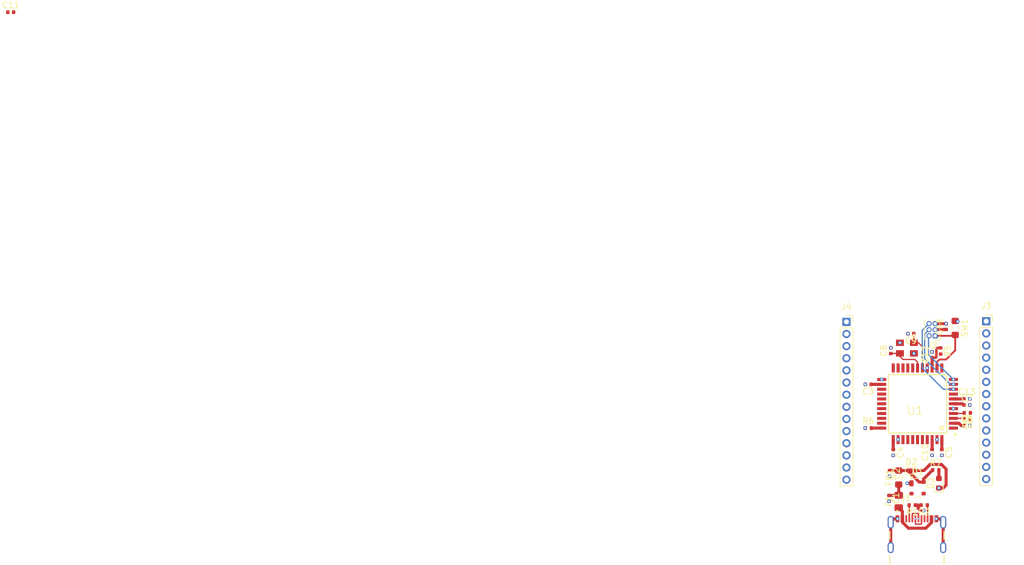
<source format=kicad_pcb>
(kicad_pcb (version 20241229) (generator "pcbnew") (generator_version "9.0")
  (layers (0 "F.Cu" signal) (2 "B.Cu" signal) (13 "F.Paste" user) (15 "B.Paste" user) (5 "F.SilkS" user "F.Silkscreen") (7 "B.SilkS" user "B.Silkscreen") (1 "F.Mask" user) (3 "B.Mask" user) (25 "Edge.Cuts" user))
  (net 0 "")
  (net 1 "GND")
  (net 2 "Net-(C1-Pad1)")
  (net 3 "MCU_5V")
  (net 4 "Net-(U1-UCAP)")
  (net 5 "Xin")
  (net 6 "Xout")
  (net 7 "Net-(U1-AREF)")
  (net 8 "USB_DP")
  (net 9 "USB_DN")
  (net 10 "Net-(D3-A)")
  (net 11 "/VBUS")
  (net 14 "Net-(J1-CC1)")
  (net 15 "Net-(J1-CC2)")
  (net 16 "SCL")
  (net 17 "MOSI")
  (net 18 "/PD2")
  (net 19 "/PB7")
  (net 20 "/PD0")
  (net 21 "/PB4")
  (net 22 "/PB0")
  (net 23 "/PD3")
  (net 24 "/PB5")
  (net 25 "/PB6")
  (net 26 "/PC7")
  (net 27 "MISO")
  (net 28 "/PD1")
  (net 29 "/PC6")
  (net 30 "/PF4")
  (net 31 "/PE6")
  (net 32 "/PD4")
  (net 33 "/PD7")
  (net 34 "/PF5")
  (net 35 "/PD5")
  (net 36 "/PF7")
  (net 37 "/PD6")
  (net 38 "Reset")
  (net 39 "/PF6")
  (net 40 "/PF1")
  (net 41 "/PF0")
  (net 42 "Net-(U1-D+)")
  (net 43 "Net-(U1-D-)")
  (net 44 "Net-(U1-~{HWB}{slash}PE2)")
  (footprint "Capacitor_SMD:C_0402_1005Metric" (layer "F.Cu") (at 145.5 80.58 -90)
    (property "Reference" "C1" (at 0 -1.16 90) (layer "F.SilkS"))
    (property "Value" "4.7u")
    (fp_line (start -0.107836 0.36) (end 0.107836 0.36) (stroke (width 0.12)) (layer "F.SilkS"))
    (fp_line (start -0.107836 -0.36) (end 0.107836 -0.36) (stroke (width 0.12)) (layer "F.SilkS"))
    (pad "1" smd roundrect (at -0.48 0 270) (size 0.56 0.62) (layers "F.Cu" "F.Mask" "F.Paste") (net 2 "Net-(C1-Pad1)"))
    (pad "2" smd roundrect (at 0.48 0 270) (size 0.56 0.62) (layers "F.Cu" "F.Mask" "F.Paste") (net 1 "GND"))
  )
  (footprint "Capacitor_SMD:C_0402_1005Metric" (layer "F.Cu") (at 149.1 53.45 180)
    (property "Reference" "C9" (at 0 -1.16 0) (layer "F.SilkS"))
    (property "Value" "22p")
    (fp_line (start -0.107836 0.36) (end 0.107836 0.36) (stroke (width 0.12)) (layer "F.SilkS"))
    (fp_line (start -0.107836 -0.36) (end 0.107836 -0.36) (stroke (width 0.12)) (layer "F.SilkS"))
    (pad "1" smd roundrect (at -0.48 0 180) (size 0.56 0.62) (layers "F.Cu" "F.Mask" "F.Paste") (net 6 "Xout"))
    (pad "2" smd roundrect (at 0.48 0 180) (size 0.56 0.62) (layers "F.Cu" "F.Mask" "F.Paste") (net 1 "GND"))
  )
  (footprint "Capacitor_SMD:C_0402_1005Metric" (layer "F.Cu") (at 0.935 0.485)
    (property "Reference" "C11" (at 0 -1.16 0) (layer "F.SilkS"))
    (property "Value" "0.1u")
    (fp_line (start -0.107836 -0.36) (end 0.107836 -0.36) (stroke (width 0.12)) (layer "F.SilkS"))
    (fp_line (start -0.107836 0.36) (end 0.107836 0.36) (stroke (width 0.12)) (layer "F.SilkS"))
    (pad "1" smd roundrect (at -0.48 0) (size 0.56 0.62) (layers "F.Cu" "F.Mask" "F.Paste") (net 3 "MCU_5V"))
    (pad "2" smd roundrect (at 0.48 0) (size 0.56 0.62) (layers "F.Cu" "F.Mask" "F.Paste") (net 1 "GND"))
  )
  (footprint "Connector_PinSocket_2.00mm:PinSocket_1x14_P2.00mm_Vertical" (layer "F.Cu") (at 161.5 51.4)
    (property "Reference" "J3" (at 0 -2.5 0) (layer "F.SilkS"))
    (property "Value" "Conn_01x14_Pin")
    (fp_line (start -1.06 1) (end -1.06 27.06) (stroke (width 0.12)) (layer "F.SilkS"))
    (fp_line (start -1.06 1) (end 1.06 1) (stroke (width 0.12)) (layer "F.SilkS"))
    (fp_line (start -1.06 27.06) (end 1.06 27.06) (stroke (width 0.12)) (layer "F.SilkS"))
    (fp_line (start 0 -1.06) (end 1.06 -1.06) (stroke (width 0.12)) (layer "F.SilkS"))
    (fp_line (start 1.06 -1.06) (end 1.06 0) (stroke (width 0.12)) (layer "F.SilkS"))
    (fp_line (start 1.06 1) (end 1.06 27.06) (stroke (width 0.12)) (layer "F.SilkS"))
    (pad "1" thru_hole rect (at 0 0) (size 1.35 1.35) (drill 0.8) (layers "*.Cu" "*.Mask") (net 22 "/PB0"))
    (pad "2" thru_hole circle (at 0 2) (size 1.35 1.35) (drill 0.8) (layers "*.Cu" "*.Mask") (net 16 "SCL"))
    (pad "3" thru_hole circle (at 0 4) (size 1.35 1.35) (drill 0.8) (layers "*.Cu" "*.Mask") (net 17 "MOSI"))
    (pad "4" thru_hole circle (at 0 6) (size 1.35 1.35) (drill 0.8) (layers "*.Cu" "*.Mask") (net 27 "MISO"))
    (pad "5" thru_hole circle (at 0 8) (size 1.35 1.35) (drill 0.8) (layers "*.Cu" "*.Mask") (net 21 "/PB4"))
    (pad "6" thru_hole circle (at 0 10) (size 1.35 1.35) (drill 0.8) (layers "*.Cu" "*.Mask") (net 24 "/PB5"))
    (pad "7" thru_hole circle (at 0 12) (size 1.35 1.35) (drill 0.8) (layers "*.Cu" "*.Mask") (net 25 "/PB6"))
    (pad "8" thru_hole circle (at 0 14) (size 1.35 1.35) (drill 0.8) (layers "*.Cu" "*.Mask") (net 19 "/PB7"))
    (pad "9" thru_hole circle (at 0 16) (size 1.35 1.35) (drill 0.8) (layers "*.Cu" "*.Mask") (net 29 "/PC6"))
    (pad "10" thru_hole circle (at 0 18) (size 1.35 1.35) (drill 0.8) (layers "*.Cu" "*.Mask") (net 26 "/PC7"))
    (pad "11" thru_hole circle (at 0 20) (size 1.35 1.35) (drill 0.8) (layers "*.Cu" "*.Mask") (net 20 "/PD0"))
    (pad "12" thru_hole circle (at 0 22) (size 1.35 1.35) (drill 0.8) (layers "*.Cu" "*.Mask") (net 28 "/PD1"))
    (pad "13" thru_hole circle (at 0 24) (size 1.35 1.35) (drill 0.8) (layers "*.Cu" "*.Mask") (net 18 "/PD2"))
    (pad "14" thru_hole circle (at 0 26) (size 1.35 1.35) (drill 0.8) (layers "*.Cu" "*.Mask") (net 23 "/PD3"))
  )
  (footprint "Capacitor_SMD:C_0402_1005Metric" (layer "F.Cu") (at 145.6 76.48 -90)
    (property "Reference" "C2" (at 0 -1.16 90) (layer "F.SilkS"))
    (property "Value" "0.1u")
    (fp_line (start -0.107836 0.36) (end 0.107836 0.36) (stroke (width 0.12)) (layer "F.SilkS"))
    (fp_line (start -0.107836 -0.36) (end 0.107836 -0.36) (stroke (width 0.12)) (layer "F.SilkS"))
    (pad "1" smd roundrect (at -0.48 0 270) (size 0.56 0.62) (layers "F.Cu" "F.Mask" "F.Paste") (net 3 "MCU_5V"))
    (pad "2" smd roundrect (at 0.48 0 270) (size 0.56 0.62) (layers "F.Cu" "F.Mask" "F.Paste") (net 1 "GND"))
  )
  (footprint "Capacitor_SMD:C_0402_1005Metric" (layer "F.Cu") (at 154.2 73.02 -90)
    (property "Reference" "C5" (at 0 -1.16 90) (layer "F.SilkS"))
    (property "Value" "0.1u")
    (fp_line (start -0.107836 0.36) (end 0.107836 0.36) (stroke (width 0.12)) (layer "F.SilkS"))
    (fp_line (start -0.107836 -0.36) (end 0.107836 -0.36) (stroke (width 0.12)) (layer "F.SilkS"))
    (pad "1" smd roundrect (at -0.48 0 270) (size 0.56 0.62) (layers "F.Cu" "F.Mask" "F.Paste") (net 3 "MCU_5V"))
    (pad "2" smd roundrect (at 0.48 0 270) (size 0.56 0.62) (layers "F.Cu" "F.Mask" "F.Paste") (net 1 "GND"))
  )
  (footprint "Resistor_SMD:R_0402_1005Metric" (layer "F.Cu") (at 149.32 81.7 180)
    (property "Reference" "R1" (at 0 -1.17 0) (layer "F.SilkS"))
    (property "Value" "5.1k")
    (fp_line (start -0.153641 0.38) (end 0.153641 0.38) (stroke (width 0.12)) (layer "F.SilkS"))
    (fp_line (start -0.153641 -0.38) (end 0.153641 -0.38) (stroke (width 0.12)) (layer "F.SilkS"))
    (pad "1" smd roundrect (at -0.51 0 180) (size 0.54 0.64) (layers "F.Cu" "F.Mask" "F.Paste") (net 1 "GND"))
    (pad "2" smd roundrect (at 0.51 0 180) (size 0.54 0.64) (layers "F.Cu" "F.Mask" "F.Paste") (net 14 "Net-(J1-CC1)"))
  )
  (footprint "Connector_PinHeader_1.00mm:PinHeader_2x03_P1.00mm_Vertical" (layer "F.Cu") (at 153.1 53.8 180)
    (property "Reference" "J2" (at 0.5 -1.61 0) (layer "F.SilkS"))
    (property "Value" "ICSP HEader 2x3")
    (fp_line (start 1.76 -0.61) (end 1.76 2.61) (stroke (width 0.12)) (layer "F.SilkS"))
    (fp_line (start 1.41003 2.61) (end 1.76 2.61) (stroke (width 0.12)) (layer "F.SilkS"))
    (fp_line (start 1.41003 -0.61) (end 1.76 -0.61) (stroke (width 0.12)) (layer "F.SilkS"))
    (fp_line (start 0.41003 2.61) (end 0.58997 2.61) (stroke (width 0.12)) (layer "F.SilkS"))
    (fp_line (start -0.76 2.61) (end -0.41003 2.61) (stroke (width 0.12)) (layer "F.SilkS"))
    (fp_line (start -0.76 0.735) (end -0.685565 0.735) (stroke (width 0.12)) (layer "F.SilkS"))
    (fp_line (start -0.76 0.735) (end -0.76 2.61) (stroke (width 0.12)) (layer "F.SilkS"))
    (fp_line (start -0.76 0) (end -0.76 -0.735) (stroke (width 0.12)) (layer "F.SilkS"))
    (fp_line (start -0.76 -0.735) (end 0 -0.735) (stroke (width 0.12)) (layer "F.SilkS"))
    (pad "1" thru_hole rect (at 0 0 180) (size 0.85 0.85) (drill 0.5) (layers "*.Cu" "*.Mask") (net 38 "Reset"))
    (pad "2" thru_hole circle (at 1 0 180) (size 0.85 0.85) (drill 0.5) (layers "*.Cu" "*.Mask") (net 27 "MISO"))
    (pad "3" thru_hole circle (at 0 1 180) (size 0.85 0.85) (drill 0.5) (layers "*.Cu" "*.Mask") (net 3 "MCU_5V"))
    (pad "4" thru_hole circle (at 1 1 180) (size 0.85 0.85) (drill 0.5) (layers "*.Cu" "*.Mask") (net 17 "MOSI"))
    (pad "5" thru_hole circle (at 0 2 180) (size 0.85 0.85) (drill 0.5) (layers "*.Cu" "*.Mask") (net 1 "GND"))
    (pad "6" thru_hole circle (at 1 2 180) (size 0.85 0.85) (drill 0.5) (layers "*.Cu" "*.Mask") (net 16 "SCL"))
  )
  (footprint "Footprints:GCT_USB4105-GF-A" (layer "F.Cu") (at 150.1 88.7)
    (property "Reference" "J1" (at -1.825 -8.235 0) (layer "F.SilkS"))
    (property "Value" "USB4105-GF-A")
    (fp_line (start -4.47 -2.65) (end -4.47 -1.4) (stroke (width 0.2)) (layer "F.SilkS"))
    (fp_line (start -4.47 1.32) (end -4.47 2.6) (stroke (width 0.2)) (layer "F.SilkS"))
    (fp_line (start 4.47 -2.65) (end 4.47 -1.4) (stroke (width 0.2)) (layer "F.SilkS"))
    (fp_line (start 4.47 2.6) (end 4.47 1.32) (stroke (width 0.2)) (layer "F.SilkS"))
    (fp_circle (center -3.25 -6) (end -3.15 -6) (stroke (width 0.2)) (fill no) (layer "F.SilkS"))
    (pad "" np_thru_hole circle (at -2.89 -3.68) (size 0.65 0.65) (drill 0.65) (layers "*.Cu" "*.Mask"))
    (pad "" np_thru_hole circle (at 2.89 -3.68) (size 0.65 0.65) (drill 0.65) (layers "*.Cu" "*.Mask"))
    (pad "A1_B12" smd rect (at -3.2 -4.755) (size 0.6 1.15) (layers "F.Cu" "F.Paste") (net 1 "GND"))
    (pad "A4_B9" smd rect (at -2.4 -4.755) (size 0.6 1.15) (layers "F.Cu" "F.Paste") (net 11 "/VBUS"))
    (pad "A5" smd rect (at -1.25 -4.755) (size 0.3 1.15) (layers "F.Cu" "F.Paste") (net 14 "Net-(J1-CC1)"))
    (pad "A6" smd rect (at -0.25 -4.755) (size 0.3 1.15) (layers "F.Cu" "F.Paste") (net 8 "USB_DP"))
    (pad "A7" smd rect (at 0.25 -4.755) (size 0.3 1.15) (layers "F.Cu" "F.Paste") (net 9 "USB_DN"))
    (pad "A8" smd rect (at 1.25 -4.755) (size 0.3 1.15) (layers "F.Cu" "F.Paste"))
    (pad "B1_A12" smd rect (at 3.2 -4.755) (size 0.6 1.15) (layers "F.Cu" "F.Paste") (net 1 "GND"))
    (pad "B4_A9" smd rect (at 2.4 -4.755) (size 0.6 1.15) (layers "F.Cu" "F.Paste") (net 11 "/VBUS"))
    (pad "B5" smd rect (at 1.75 -4.755) (size 0.3 1.15) (layers "F.Cu" "F.Paste") (net 15 "Net-(J1-CC2)"))
    (pad "B6" smd rect (at 0.75 -4.755) (size 0.3 1.15) (layers "F.Cu" "F.Paste") (net 8 "USB_DP"))
    (pad "B7" smd rect (at -0.75 -4.755) (size 0.3 1.15) (layers "F.Cu" "F.Paste") (net 9 "USB_DN"))
    (pad "B8" smd rect (at -1.75 -4.755) (size 0.3 1.15) (layers "F.Cu" "F.Paste"))
    (pad "SH1" thru_hole oval (at -4.32 -4.18) (size 1 2.1) (drill oval 0.6 1.7) (layers "*.Cu" "*.Mask") (net 1 "GND"))
    (pad "SH2" thru_hole oval (at 4.32 -4.18) (size 1 2.1) (drill oval 0.6 1.7) (layers "*.Cu" "*.Mask") (net 1 "GND"))
    (pad "SH3" thru_hole oval (at -4.32 0) (size 1 1.8) (drill oval 0.6 1.4) (layers "*.Cu" "*.Mask") (net 1 "GND"))
    (pad "SH4" thru_hole oval (at 4.32 0) (size 1 1.8) (drill oval 0.6 1.4) (layers "*.Cu" "*.Mask") (net 1 "GND"))
  )
  (footprint "Package_TO_SOT_SMD:SOT-143" (layer "F.Cu") (at 150.2 78.85)
    (property "Reference" "D1" (at 0.02 -2.7 0) (layer "F.SilkS"))
    (property "Value" "PRTR5V0U2X")
    (fp_line (start -0.65 1.56) (end 0.65 1.56) (stroke (width 0.12)) (layer "F.SilkS"))
    (fp_line (start 0.65 -1.56) (end -0.62 -1.56) (stroke (width 0.12)) (layer "F.SilkS"))
    (fp_poly (pts (xy -1 -1.51) (xy -1.24 -1.84) (xy -0.76 -1.84) (xy -1 -1.51)) (stroke (width 0.12)) (fill yes) (layer "F.SilkS"))
    (pad "1" smd roundrect (at -1 -0.75) (size 0.7 1) (layers "F.Cu" "F.Mask" "F.Paste") (net 1 "GND"))
    (pad "2" smd roundrect (at -1 0.95) (size 0.7 0.6) (layers "F.Cu" "F.Mask" "F.Paste") (net 9 "USB_DN"))
    (pad "3" smd roundrect (at 1 0.95) (size 0.7 0.6) (layers "F.Cu" "F.Mask" "F.Paste") (net 8 "USB_DP"))
    (pad "4" smd roundrect (at 1 -0.95) (size 0.7 0.6) (layers "F.Cu" "F.Mask" "F.Paste") (net 3 "MCU_5V"))
  )
  (footprint "Resistor_SMD:R_0402_1005Metric" (layer "F.Cu") (at 151.3 81.7 180)
    (property "Reference" "R2" (at 0 -1.17 0) (layer "F.SilkS"))
    (property "Value" "5.1k")
    (fp_line (start -0.153641 0.38) (end 0.153641 0.38) (stroke (width 0.12)) (layer "F.SilkS"))
    (fp_line (start -0.153641 -0.38) (end 0.153641 -0.38) (stroke (width 0.12)) (layer "F.SilkS"))
    (pad "1" smd roundrect (at -0.51 0 180) (size 0.54 0.64) (layers "F.Cu" "F.Mask" "F.Paste") (net 15 "Net-(J1-CC2)"))
    (pad "2" smd roundrect (at 0.51 0 180) (size 0.54 0.64) (layers "F.Cu" "F.Mask" "F.Paste") (net 1 "GND"))
  )
  (footprint "Capacitor_SMD:C_0402_1005Metric" (layer "F.Cu") (at 142.08 61.8 180)
    (property "Reference" "C3" (at 0 -1.16 0) (layer "F.SilkS"))
    (property "Value" "0.1u")
    (fp_line (start -0.107836 0.36) (end 0.107836 0.36) (stroke (width 0.12)) (layer "F.SilkS"))
    (fp_line (start -0.107836 -0.36) (end 0.107836 -0.36) (stroke (width 0.12)) (layer "F.SilkS"))
    (pad "1" smd roundrect (at -0.48 0 180) (size 0.56 0.62) (layers "F.Cu" "F.Mask" "F.Paste") (net 3 "MCU_5V"))
    (pad "2" smd roundrect (at 0.48 0 180) (size 0.56 0.62) (layers "F.Cu" "F.Mask" "F.Paste") (net 1 "GND"))
  )
  (footprint "Inductor_SMD:L_0805_2012Metric_Pad1.05x1.20mm_HandSolder" (layer "F.Cu") (at 147.1 77.15 90)
    (property "Reference" "FB1" (at 0 -1.55 90) (layer "F.SilkS"))
    (property "Value" "HI0603N300R-10")
    (fp_line (start -0.410242 -0.56) (end 0.410242 -0.56) (stroke (width 0.12)) (layer "F.SilkS"))
    (fp_line (start -0.410242 0.56) (end 0.410242 0.56) (stroke (width 0.12)) (layer "F.SilkS"))
    (pad "1" smd roundrect (at -1.15 0 90) (size 1.05 1.2) (layers "F.Cu" "F.Mask" "F.Paste") (roundrect_rratio 0.238095) (net 2 "Net-(C1-Pad1)"))
    (pad "2" smd roundrect (at 1.15 0 90) (size 1.05 1.2) (layers "F.Cu" "F.Mask" "F.Paste") (roundrect_rratio 0.238095) (net 3 "MCU_5V"))
  )
  (footprint "Fuse:Fuse_0805_2012Metric_Pad1.15x1.40mm_HandSolder" (layer "F.Cu") (at 147.1 81.1 90)
    (property "Reference" "F1" (at 0 -1.65 90) (layer "F.SilkS"))
    (property "Value" "Polyfuse")
    (fp_line (start -0.261252 -0.71) (end 0.261252 -0.71) (stroke (width 0.12)) (layer "F.SilkS"))
    (fp_line (start -0.261252 0.71) (end 0.261252 0.71) (stroke (width 0.12)) (layer "F.SilkS"))
    (pad "1" smd roundrect (at -1.025 0 90) (size 1.15 1.4) (layers "F.Cu" "F.Mask" "F.Paste") (roundrect_rratio 0.217391) (net 11 "/VBUS"))
    (pad "2" smd roundrect (at 1.025 0 90) (size 1.15 1.4) (layers "F.Cu" "F.Mask" "F.Paste") (roundrect_rratio 0.217391) (net 2 "Net-(C1-Pad1)"))
  )
  (footprint "LED_SMD:LED_0603_1608Metric" (layer "F.Cu") (at 153.71 78.0875 90)
    (property "Reference" "D3" (at 0 -1.43 90) (layer "F.SilkS"))
    (property "Value" "YY0603RE-RN2S1-T2AR4")
    (fp_line (start 0.8 -0.735) (end -1.485 -0.735) (stroke (width 0.12)) (layer "F.SilkS"))
    (fp_line (start -1.485 -0.735) (end -1.485 0.735) (stroke (width 0.12)) (layer "F.SilkS"))
    (fp_line (start -1.485 0.735) (end 0.8 0.735) (stroke (width 0.12)) (layer "F.SilkS"))
    (pad "1" smd roundrect (at -0.7875 0 90) (size 0.875 0.95) (layers "F.Cu" "F.Mask" "F.Paste") (net 1 "GND"))
    (pad "2" smd roundrect (at 0.7875 0 90) (size 0.875 0.95) (layers "F.Cu" "F.Mask" "F.Paste") (net 10 "Net-(D3-A)"))
  )
  (footprint "Inductor_SMD:L_0805_2012Metric_Pad1.05x1.20mm_HandSolder" (layer "F.Cu") (at 156.4 52.5 -90)
    (property "Reference" "SW1" (at 0 -1.55 90) (layer "F.SilkS"))
    (property "Value" "1825910-6")
    (fp_line (start -0.410242 0.56) (end 0.410242 0.56) (stroke (width 0.12)) (layer "F.SilkS"))
    (fp_line (start -0.410242 -0.56) (end 0.410242 -0.56) (stroke (width 0.12)) (layer "F.SilkS"))
    (pad "1" smd roundrect (at -1.15 0 270) (size 1.05 1.2) (layers "F.Cu" "F.Mask" "F.Paste") (roundrect_rratio 0.238095) (net 1 "GND"))
    (pad "2" smd roundrect (at 1.15 0 270) (size 1.05 1.2) (layers "F.Cu" "F.Mask" "F.Paste") (roundrect_rratio 0.238095) (net 38 "Reset"))
  )
  (footprint "Resistor_SMD:R_0402_1005Metric" (layer "F.Cu") (at 142.09 69)
    (property "Reference" "R6" (at 0 -1.17 0) (layer "F.SilkS"))
    (property "Value" "10K")
    (fp_line (start -0.153641 -0.38) (end 0.153641 -0.38) (stroke (width 0.12)) (layer "F.SilkS"))
    (fp_line (start -0.153641 0.38) (end 0.153641 0.38) (stroke (width 0.12)) (layer "F.SilkS"))
    (pad "1" smd roundrect (at -0.51 0) (size 0.54 0.64) (layers "F.Cu" "F.Mask" "F.Paste") (net 1 "GND"))
    (pad "2" smd roundrect (at 0.51 0) (size 0.54 0.64) (layers "F.Cu" "F.Mask" "F.Paste") (net 44 "Net-(U1-~{HWB}{slash}PE2)"))
  )
  (footprint "Capacitor_SMD:C_0402_1005Metric" (layer "F.Cu") (at 154.9 52.28 90)
    (property "Reference" "C11" (at 0 -1.16 90) (layer "F.SilkS"))
    (property "Value" "0.1u")
    (fp_line (start -0.107836 -0.36) (end 0.107836 -0.36) (stroke (width 0.12)) (layer "F.SilkS"))
    (fp_line (start -0.107836 0.36) (end 0.107836 0.36) (stroke (width 0.12)) (layer "F.SilkS"))
    (pad "1" smd roundrect (at -0.48 0 90) (size 0.56 0.62) (layers "F.Cu" "F.Mask" "F.Paste") (net 3 "MCU_5V"))
    (pad "2" smd roundrect (at 0.48 0 90) (size 0.56 0.62) (layers "F.Cu" "F.Mask" "F.Paste") (net 1 "GND"))
  )
  (footprint "Resistor_SMD:R_0402_1005Metric" (layer "F.Cu") (at 154 56.3 -90)
    (property "Reference" "R5" (at 0 -1.17 90) (layer "F.SilkS"))
    (property "Value" "10K")
    (fp_line (start -0.153641 0.38) (end 0.153641 0.38) (stroke (width 0.12)) (layer "F.SilkS"))
    (fp_line (start -0.153641 -0.38) (end 0.153641 -0.38) (stroke (width 0.12)) (layer "F.SilkS"))
    (pad "1" smd roundrect (at -0.51 0 270) (size 0.54 0.64) (layers "F.Cu" "F.Mask" "F.Paste") (net 3 "MCU_5V"))
    (pad "2" smd roundrect (at 0.51 0 270) (size 0.54 0.64) (layers "F.Cu" "F.Mask" "F.Paste") (net 38 "Reset"))
  )
  (footprint "Footprints:QFP80P1200X1200X120-44N" (layer "F.Cu") (at 150.2 65 180)
    (property "Reference" "U1" (at 0.4 -1.1 0) (layer "F.SilkS") (effects (font (size 1.402291 1.402291))))
    (property "Value" "ATmega32U4-A")
    (fp_line (start 4.8 4.8) (end -4.8 4.8) (stroke (width 0.2032)) (layer "F.SilkS"))
    (fp_line (start 4.8 -4.8) (end 4.8 4.8) (stroke (width 0.2032)) (layer "F.SilkS"))
    (fp_line (start -4.8 4.8) (end -4.8 -4.8) (stroke (width 0.2032)) (layer "F.SilkS"))
    (fp_line (start -4.8 -4.8) (end 4.8 -4.8) (stroke (width 0.2032)) (layer "F.SilkS"))
    (fp_circle (center -4 -4) (end -3.7173 -4) (stroke (width 0.254)) (fill no) (layer "F.SilkS"))
    (fp_circle (center -6.2 -5.05) (end -5.946 -5.05) (fill yes) (layer "F.SilkS"))
    (pad "1" smd rect (at -5.9 -4 180) (size 1.5 0.5) (layers "F.Cu" "F.Mask" "F.Paste") (net 31 "/PE6"))
    (pad "2" smd rect (at -5.9 -3.2 180) (size 1.5 0.5) (layers "F.Cu" "F.Mask" "F.Paste") (net 3 "MCU_5V"))
    (pad "3" smd rect (at -5.9 -2.4 180) (size 1.5 0.5) (layers "F.Cu" "F.Mask" "F.Paste") (net 43 "Net-(U1-D-)"))
    (pad "4" smd rect (at -5.9 -1.6 180) (size 1.5 0.5) (layers "F.Cu" "F.Mask" "F.Paste") (net 42 "Net-(U1-D+)"))
    (pad "5" smd rect (at -5.9 -0.8 180) (size 1.5 0.5) (layers "F.Cu" "F.Mask" "F.Paste") (net 1 "GND"))
    (pad "6" smd rect (at -5.9 0 180) (size 1.5 0.5) (layers "F.Cu" "F.Mask" "F.Paste") (net 4 "Net-(U1-UCAP)"))
    (pad "7" smd rect (at -5.9 0.8 180) (size 1.5 0.5) (layers "F.Cu" "F.Mask" "F.Paste") (net 3 "MCU_5V"))
    (pad "8" smd rect (at -5.9 1.6 180) (size 1.5 0.5) (layers "F.Cu" "F.Mask" "F.Paste") (net 22 "/PB0"))
    (pad "9" smd rect (at -5.9 2.4 180) (size 1.5 0.5) (layers "F.Cu" "F.Mask" "F.Paste") (net 16 "SCL"))
    (pad "10" smd rect (at -5.9 3.2 180) (size 1.5 0.5) (layers "F.Cu" "F.Mask" "F.Paste") (net 17 "MOSI"))
    (pad "11" smd rect (at -5.9 4 180) (size 1.5 0.5) (layers "F.Cu" "F.Mask" "F.Paste") (net 27 "MISO"))
    (pad "12" smd rect (at -4 5.9 180) (size 0.5 1.5) (layers "F.Cu" "F.Mask" "F.Paste") (net 19 "/PB7"))
    (pad "13" smd rect (at -3.2 5.9 180) (size 0.5 1.5) (layers "F.Cu" "F.Mask" "F.Paste") (net 38 "Reset"))
    (pad "14" smd rect (at -2.4 5.9 180) (size 0.5 1.5) (layers "F.Cu" "F.Mask" "F.Paste") (net 3 "MCU_5V"))
    (pad "15" smd rect (at -1.6 5.9 180) (size 0.5 1.5) (layers "F.Cu" "F.Mask" "F.Paste") (net 1 "GND"))
    (pad "16" smd rect (at -0.8 5.9 180) (size 0.5 1.5) (layers "F.Cu" "F.Mask" "F.Paste") (net 6 "Xout"))
    (pad "17" smd rect (at 0 5.9 180) (size 0.5 1.5) (layers "F.Cu" "F.Mask" "F.Paste") (net 5 "Xin"))
    (pad "18" smd rect (at 0.8 5.9 180) (size 0.5 1.5) (layers "F.Cu" "F.Mask" "F.Paste") (net 20 "/PD0"))
    (pad "19" smd rect (at 1.6 5.9 180) (size 0.5 1.5) (layers "F.Cu" "F.Mask" "F.Paste") (net 28 "/PD1"))
    (pad "20" smd rect (at 2.4 5.9 180) (size 0.5 1.5) (layers "F.Cu" "F.Mask" "F.Paste") (net 18 "/PD2"))
    (pad "21" smd rect (at 3.2 5.9 180) (size 0.5 1.5) (layers "F.Cu" "F.Mask" "F.Paste") (net 23 "/PD3"))
    (pad "22" smd rect (at 4 5.9 180) (size 0.5 1.5) (layers "F.Cu" "F.Mask" "F.Paste") (net 35 "/PD5"))
    (pad "23" smd rect (at 5.9 4 180) (size 1.5 0.5) (layers "F.Cu" "F.Mask" "F.Paste") (net 1 "GND"))
    (pad "24" smd rect (at 5.9 3.2 180) (size 1.5 0.5) (layers "F.Cu" "F.Mask" "F.Paste") (net 3 "MCU_5V"))
    (pad "25" smd rect (at 5.9 2.4 180) (size 1.5 0.5) (layers "F.Cu" "F.Mask" "F.Paste") (net 32 "/PD4"))
    (pad "26" smd rect (at 5.9 1.6 180) (size 1.5 0.5) (layers "F.Cu" "F.Mask" "F.Paste") (net 37 "/PD6"))
    (pad "27" smd rect (at 5.9 0.8 180) (size 1.5 0.5) (layers "F.Cu" "F.Mask" "F.Paste") (net 33 "/PD7"))
    (pad "28" smd rect (at 5.9 0 180) (size 1.5 0.5) (layers "F.Cu" "F.Mask" "F.Paste") (net 21 "/PB4"))
    (pad "29" smd rect (at 5.9 -0.8 180) (size 1.5 0.5) (layers "F.Cu" "F.Mask" "F.Paste") (net 24 "/PB5"))
    (pad "30" smd rect (at 5.9 -1.6 180) (size 1.5 0.5) (layers "F.Cu" "F.Mask" "F.Paste") (net 25 "/PB6"))
    (pad "31" smd rect (at 5.9 -2.4 180) (size 1.5 0.5) (layers "F.Cu" "F.Mask" "F.Paste") (net 29 "/PC6"))
    (pad "32" smd rect (at 5.9 -3.2 180) (size 1.5 0.5) (layers "F.Cu" "F.Mask" "F.Paste") (net 26 "/PC7"))
    (pad "33" smd rect (at 5.9 -4 180) (size 1.5 0.5) (layers "F.Cu" "F.Mask" "F.Paste") (net 44 "Net-(U1-~{HWB}{slash}PE2)"))
    (pad "34" smd rect (at 4 -5.9 180) (size 0.5 1.5) (layers "F.Cu" "F.Mask" "F.Paste") (net 3 "MCU_5V"))
    (pad "35" smd rect (at 3.2 -5.9 180) (size 0.5 1.5) (layers "F.Cu" "F.Mask" "F.Paste") (net 1 "GND"))
    (pad "36" smd rect (at 2.4 -5.9 180) (size 0.5 1.5) (layers "F.Cu" "F.Mask" "F.Paste") (net 36 "/PF7"))
    (pad "37" smd rect (at 1.6 -5.9 180) (size 0.5 1.5) (layers "F.Cu" "F.Mask" "F.Paste") (net 39 "/PF6"))
    (pad "38" smd rect (at 0.8 -5.9 180) (size 0.5 1.5) (layers "F.Cu" "F.Mask" "F.Paste") (net 34 "/PF5"))
    (pad "39" smd rect (at 0 -5.9 180) (size 0.5 1.5) (layers "F.Cu" "F.Mask" "F.Paste") (net 30 "/PF4"))
    (pad "40" smd rect (at -0.8 -5.9 180) (size 0.5 1.5) (layers "F.Cu" "F.Mask" "F.Paste") (net 40 "/PF1"))
    (pad "41" smd rect (at -1.6 -5.9 180) (size 0.5 1.5) (layers "F.Cu" "F.Mask" "F.Paste") (net 41 "/PF0"))
    (pad "42" smd rect (at -2.4 -5.9 180) (size 0.5 1.5) (layers "F.Cu" "F.Mask" "F.Paste") (net 7 "Net-(U1-AREF)"))
    (pad "43" smd rect (at -3.2 -5.9 180) (size 0.5 1.5) (layers "F.Cu" "F.Mask" "F.Paste") (net 1 "GND"))
    (pad "44" smd rect (at -4 -5.9 180) (size 0.5 1.5) (layers "F.Cu" "F.Mask" "F.Paste") (net 3 "MCU_5V"))
  )
  (footprint "Capacitor_SMD:C_0402_1005Metric" (layer "F.Cu") (at 152.6 73 90)
    (property "Reference" "C10" (at 0 -1.16 90) (layer "F.SilkS"))
    (property "Value" "0.1u")
    (fp_line (start -0.107836 -0.36) (end 0.107836 -0.36) (stroke (width 0.12)) (layer "F.SilkS"))
    (fp_line (start -0.107836 0.36) (end 0.107836 0.36) (stroke (width 0.12)) (layer "F.SilkS"))
    (pad "1" smd roundrect (at -0.48 0 90) (size 0.56 0.62) (layers "F.Cu" "F.Mask" "F.Paste") (net 1 "GND"))
    (pad "2" smd roundrect (at 0.48 0 90) (size 0.56 0.62) (layers "F.Cu" "F.Mask" "F.Paste") (net 7 "Net-(U1-AREF)"))
  )
  (footprint "Capacitor_SMD:C_0402_1005Metric" (layer "F.Cu") (at 146.2 73.02 -90)
    (property "Reference" "C4" (at 0 -1.16 90) (layer "F.SilkS"))
    (property "Value" "0.1u")
    (fp_line (start -0.107836 0.36) (end 0.107836 0.36) (stroke (width 0.12)) (layer "F.SilkS"))
    (fp_line (start -0.107836 -0.36) (end 0.107836 -0.36) (stroke (width 0.12)) (layer "F.SilkS"))
    (pad "1" smd roundrect (at -0.48 0 270) (size 0.56 0.62) (layers "F.Cu" "F.Mask" "F.Paste") (net 3 "MCU_5V"))
    (pad "2" smd roundrect (at 0.48 0 270) (size 0.56 0.62) (layers "F.Cu" "F.Mask" "F.Paste") (net 1 "GND"))
  )
  (footprint "Capacitor_SMD:C_0402_1005Metric" (layer "F.Cu") (at 158.32 65.2)
    (property "Reference" "C7" (at 0 -1.16 0) (layer "F.SilkS"))
    (property "Value" "1u")
    (fp_line (start -0.107836 -0.36) (end 0.107836 -0.36) (stroke (width 0.12)) (layer "F.SilkS"))
    (fp_line (start -0.107836 0.36) (end 0.107836 0.36) (stroke (width 0.12)) (layer "F.SilkS"))
    (pad "1" smd roundrect (at -0.48 0) (size 0.56 0.62) (layers "F.Cu" "F.Mask" "F.Paste") (net 4 "Net-(U1-UCAP)"))
    (pad "2" smd roundrect (at 0.48 0) (size 0.56 0.62) (layers "F.Cu" "F.Mask" "F.Paste") (net 1 "GND"))
  )
  (footprint "Footprints:XTAL_ABM8-16.000MHZ-10-1-U-T" (layer "F.Cu") (at 148.45 55.825 -90)
    (property "Reference" "Y1" (at 1.525 -2.885 90) (layer "F.SilkS"))
    (property "Value" "ABM8-16.000MHZ-10-1-U-T")
    (fp_line (start -1.25 -0.18) (end -1.25 0.18) (stroke (width 0.127)) (layer "F.SilkS"))
    (fp_line (start 1.25 -0.18) (end 1.25 0.18) (stroke (width 0.127)) (layer "F.SilkS"))
    (fp_circle (center -2.15 -1.15) (end -2.05 -1.15) (stroke (width 0.2)) (fill no) (layer "F.SilkS"))
    (pad "1" smd rect (at -0.875 -1.15 270) (size 1.05 1.3) (layers "F.Cu" "F.Mask" "F.Paste") (net 6 "Xout"))
    (pad "2" smd rect (at -0.875 1.15 270) (size 1.05 1.3) (layers "F.Cu" "F.Mask" "F.Paste") (net 1 "GND"))
    (pad "3" smd rect (at 0.875 1.15 270) (size 1.05 1.3) (layers "F.Cu" "F.Mask" "F.Paste") (net 5 "Xin"))
    (pad "4" smd rect (at 0.875 -1.15 270) (size 1.05 1.3) (layers "F.Cu" "F.Mask" "F.Paste") (net 1 "GND"))
  )
  (footprint "Capacitor_SMD:C_0402_1005Metric" (layer "F.Cu") (at 158.32 64.2)
    (property "Reference" "C13" (at 0 -1.16 0) (layer "F.SilkS"))
    (property "Value" "0.1u")
    (fp_line (start -0.107836 -0.36) (end 0.107836 -0.36) (stroke (width 0.12)) (layer "F.SilkS"))
    (fp_line (start -0.107836 0.36) (end 0.107836 0.36) (stroke (width 0.12)) (layer "F.SilkS"))
    (pad "1" smd roundrect (at -0.48 0) (size 0.56 0.62) (layers "F.Cu" "F.Mask" "F.Paste") (net 3 "MCU_5V"))
    (pad "2" smd roundrect (at 0.48 0) (size 0.56 0.62) (layers "F.Cu" "F.Mask" "F.Paste") (net 1 "GND"))
  )
  (footprint "Diode_SMD:Nexperia_DSN1608-2_1.6x0.8mm" (layer "F.Cu") (at 149.2 76)
    (property "Reference" "D2" (at 0 -1.43 0) (layer "F.SilkS"))
    (property "Value" "PTVS5V0Z1USK")
    (fp_line (start -1.015 -0.61) (end -1.015 0.61) (stroke (width 0.12)) (layer "F.SilkS"))
    (fp_line (start -1.015 0.61) (end 0.8 0.61) (stroke (width 0.12)) (layer "F.SilkS"))
    (fp_line (start 0.8 -0.61) (end -1.015 -0.61) (stroke (width 0.12)) (layer "F.SilkS"))
    (pad "1" smd roundrect (at -0.285 0) (size 0.93 0.7) (layers "F.Cu" "F.Mask" "F.Paste") (roundrect_rratio 0.1071428571) (net 3 "MCU_5V"))
    (pad "2" smd roundrect (at 0.6 0) (size 0.3 0.7) (layers "F.Cu" "F.Mask" "F.Paste") (net 1 "GND"))
  )
  (footprint "Resistor_SMD:R_0402_1005Metric" (layer "F.Cu") (at 153.2 75.9)
    (property "Reference" "R7" (at 0 -1.17 0) (layer "F.SilkS"))
    (property "Value" "1K")
    (fp_line (start -0.153641 -0.38) (end 0.153641 -0.38) (stroke (width 0.12)) (layer "F.SilkS"))
    (fp_line (start -0.153641 0.38) (end 0.153641 0.38) (stroke (width 0.12)) (layer "F.SilkS"))
    (pad "1" smd roundrect (at -0.51 0) (size 0.54 0.64) (layers "F.Cu" "F.Mask" "F.Paste") (net 3 "MCU_5V"))
    (pad "2" smd roundrect (at 0.51 0) (size 0.54 0.64) (layers "F.Cu" "F.Mask" "F.Paste") (net 10 "Net-(D3-A)"))
  )
  (footprint "Resistor_SMD:R_0402_1005Metric" (layer "F.Cu") (at 158.39 66.5 180)
    (property "Reference" "R3" (at 0 -1.17 0) (layer "F.SilkS"))
    (property "Value" "22")
    (fp_line (start -0.153641 0.38) (end 0.153641 0.38) (stroke (width 0.12)) (layer "F.SilkS"))
    (fp_line (start -0.153641 -0.38) (end 0.153641 -0.38) (stroke (width 0.12)) (layer "F.SilkS"))
    (pad "1" smd roundrect (at -0.51 0 180) (size 0.54 0.64) (layers "F.Cu" "F.Mask" "F.Paste") (net 8 "USB_DP"))
    (pad "2" smd roundrect (at 0.51 0 180) (size 0.54 0.64) (layers "F.Cu" "F.Mask" "F.Paste") (net 42 "Net-(U1-D+)"))
  )
  (footprint "Capacitor_SMD:C_0402_1005Metric" (layer "F.Cu") (at 152.6 56.92 90)
    (property "Reference" "C12" (at 0 -1.16 90) (layer "F.SilkS"))
    (property "Value" "0.1u")
    (fp_line (start -0.107836 -0.36) (end 0.107836 -0.36) (stroke (width 0.12)) (layer "F.SilkS"))
    (fp_line (start -0.107836 0.36) (end 0.107836 0.36) (stroke (width 0.12)) (layer "F.SilkS"))
    (pad "1" smd roundrect (at -0.48 0 90) (size 0.56 0.62) (layers "F.Cu" "F.Mask" "F.Paste") (net 3 "MCU_5V"))
    (pad "2" smd roundrect (at 0.48 0 90) (size 0.56 0.62) (layers "F.Cu" "F.Mask" "F.Paste") (net 1 "GND"))
  )
  (footprint "Resistor_SMD:R_0402_1005Metric" (layer "F.Cu") (at 158.39 67.5 180)
    (property "Reference" "R4" (at 0 -1.17 0) (layer "F.SilkS"))
    (property "Value" "22")
    (fp_line (start -0.153641 0.38) (end 0.153641 0.38) (stroke (width 0.12)) (layer "F.SilkS"))
    (fp_line (start -0.153641 -0.38) (end 0.153641 -0.38) (stroke (width 0.12)) (layer "F.SilkS"))
    (pad "1" smd roundrect (at -0.51 0 180) (size 0.54 0.64) (layers "F.Cu" "F.Mask" "F.Paste") (net 9 "USB_DN"))
    (pad "2" smd roundrect (at 0.51 0 180) (size 0.54 0.64) (layers "F.Cu" "F.Mask" "F.Paste") (net 43 "Net-(U1-D-)"))
  )
  (footprint "Connector_PinSocket_2.00mm:PinSocket_1x14_P2.00mm_Vertical" (layer "F.Cu") (at 138.5 51.5)
    (property "Reference" "J4" (at 0 -2.5 0) (layer "F.SilkS"))
    (property "Value" "Conn_01x14_Pin")
    (fp_line (start -1.06 1) (end -1.06 27.06) (stroke (width 0.12)) (layer "F.SilkS"))
    (fp_line (start -1.06 1) (end 1.06 1) (stroke (width 0.12)) (layer "F.SilkS"))
    (fp_line (start -1.06 27.06) (end 1.06 27.06) (stroke (width 0.12)) (layer "F.SilkS"))
    (fp_line (start 0 -1.06) (end 1.06 -1.06) (stroke (width 0.12)) (layer "F.SilkS"))
    (fp_line (start 1.06 -1.06) (end 1.06 0) (stroke (width 0.12)) (layer "F.SilkS"))
    (fp_line (start 1.06 1) (end 1.06 27.06) (stroke (width 0.12)) (layer "F.SilkS"))
    (pad "1" thru_hole rect (at 0 0) (size 1.35 1.35) (drill 0.8) (layers "*.Cu" "*.Mask") (net 1 "GND"))
    (pad "2" thru_hole circle (at 0 2) (size 1.35 1.35) (drill 0.8) (layers "*.Cu" "*.Mask") (net 32 "/PD4"))
    (pad "3" thru_hole circle (at 0 4) (size 1.35 1.35) (drill 0.8) (layers "*.Cu" "*.Mask") (net 35 "/PD5"))
    (pad "4" thru_hole circle (at 0 6) (size 1.35 1.35) (drill 0.8) (layers "*.Cu" "*.Mask") (net 37 "/PD6"))
    (pad "5" thru_hole circle (at 0 8) (size 1.35 1.35) (drill 0.8) (layers "*.Cu" "*.Mask") (net 33 "/PD7"))
    (pad "6" thru_hole circle (at 0 10) (size 1.35 1.35) (drill 0.8) (layers "*.Cu" "*.Mask") (net 31 "/PE6"))
    (pad "7" thru_hole circle (at 0 12) (size 1.35 1.35) (drill 0.8) (layers "*.Cu" "*.Mask") (net 41 "/PF0"))
    (pad "8" thru_hole circle (at 0 14) (size 1.35 1.35) (drill 0.8) (layers "*.Cu" "*.Mask") (net 40 "/PF1"))
    (pad "9" thru_hole circle (at 0 16) (size 1.35 1.35) (drill 0.8) (layers "*.Cu" "*.Mask") (net 30 "/PF4"))
    (pad "10" thru_hole circle (at 0 18) (size 1.35 1.35) (drill 0.8) (layers "*.Cu" "*.Mask") (net 34 "/PF5"))
    (pad "11" thru_hole circle (at 0 20) (size 1.35 1.35) (drill 0.8) (layers "*.Cu" "*.Mask") (net 39 "/PF6"))
    (pad "12" thru_hole circle (at 0 22) (size 1.35 1.35) (drill 0.8) (layers "*.Cu" "*.Mask") (net 36 "/PF7"))
    (pad "13" thru_hole circle (at 0 24) (size 1.35 1.35) (drill 0.8) (layers "*.Cu" "*.Mask") (net 38 "Reset"))
    (pad "14" thru_hole circle (at 0 26) (size 1.35 1.35) (drill 0.8) (layers "*.Cu" "*.Mask") (net 3 "MCU_5V"))
  )
  (footprint "Capacitor_SMD:C_0402_1005Metric" (layer "F.Cu") (at 145.8 56.25 90)
    (property "Reference" "C8" (at 0 -1.16 90) (layer "F.SilkS"))
    (property "Value" "22p")
    (fp_line (start -0.107836 -0.36) (end 0.107836 -0.36) (stroke (width 0.12)) (layer "F.SilkS"))
    (fp_line (start -0.107836 0.36) (end 0.107836 0.36) (stroke (width 0.12)) (layer "F.SilkS"))
    (pad "1" smd roundrect (at -0.48 0 90) (size 0.56 0.62) (layers "F.Cu" "F.Mask" "F.Paste") (net 5 "Xin"))
    (pad "2" smd roundrect (at 0.48 0 90) (size 0.56 0.62) (layers "F.Cu" "F.Mask" "F.Paste") (net 1 "GND"))
  )
  (footprint "Capacitor_SMD:C_0402_1005Metric" (layer "F.Cu") (at 158.32 68.6)
    (property "Reference" "C6" (at 0 -1.16 0) (layer "F.SilkS"))
    (property "Value" "0.1u")
    (fp_line (start -0.107836 -0.36) (end 0.107836 -0.36) (stroke (width 0.12)) (layer "F.SilkS"))
    (fp_line (start -0.107836 0.36) (end 0.107836 0.36) (stroke (width 0.12)) (layer "F.SilkS"))
    (pad "1" smd roundrect (at -0.48 0) (size 0.56 0.62) (layers "F.Cu" "F.Mask" "F.Paste") (net 3 "MCU_5V"))
    (pad "2" smd roundrect (at 0.48 0) (size 0.56 0.62) (layers "F.Cu" "F.Mask" "F.Paste") (net 1 "GND"))
  )
  (segment (start 145.78 84.52) (end 145.78 88.7) (width 0.5) (layer "F.Cu") (net 1))
  (segment (start 146.9 83.945) (end 146.355 83.945) (width 0.5) (layer "F.Cu") (net 1))
  (segment (start 151.25 76) (end 152.25 75) (width 0.5) (layer "F.Cu") (net 1))
  (segment (start 151.25 82.581821) (end 150.681821 82.581821) (width 0.5) (layer "F.Cu") (net 1))
  (segment (start 153.845 83.945) (end 154.42 84.52) (width 0.5) (layer "F.Cu") (net 1))
  (segment (start 154.9 75.762876) (end 154.9 78.4) (width 0.5) (layer "F.Cu") (net 1))
  (segment (start 149.8 76) (end 151.25 76) (width 0.5) (layer "F.Cu") (net 1))
  (segment (start 146.355 83.945) (end 145.78 84.52) (width 0.5) (layer "F.Cu") (net 1))
  (segment (start 154.9 51.8) (end 153.1 51.8) (width 0.5) (layer "F.Cu") (net 1))
  (segment (start 148.5 78.1) (end 149.2 78.1) (width 0.5) (layer "F.Cu") (net 1))
  (segment (start 149.83 81.7) (end 150.3 81.7) (width 0.5) (layer "F.Cu") (net 1))
  (segment (start 150.3 82.2) (end 150.3 81.7) (width 0.5) (layer "F.Cu") (net 1))
  (segment (start 154.9 78.4) (end 154.425 78.875) (width 0.5) (layer "F.Cu") (net 1))
  (segment (start 152.25 75) (end 154.137124 75) (width 0.5) (layer "F.Cu") (net 1))
  (segment (start 154.137124 75) (end 154.9 75.762876) (width 0.5) (layer "F.Cu") (net 1))
  (segment (start 150.3 81.7) (end 150.79 81.7) (width 0.5) (layer "F.Cu") (net 1))
  (segment (start 153.3 83.945) (end 153.845 83.945) (width 0.5) (layer "F.Cu") (net 1))
  (segment (start 150.681821 82.581821) (end 150.3 82.2) (width 0.5) (layer "F.Cu") (net 1))
  (segment (start 154.425 78.875) (end 153.71 78.875) (width 0.5) (layer "F.Cu") (net 1))
  (segment (start 154.42 84.52) (end 154.42 88.7) (width 0.5) (layer "F.Cu") (net 1))
  (via (at 145.6 76.96) (size 0.6) (drill 0.3) (layers "F.Cu" "B.Cu") (net 1))
  (via (at 156.1 65.8) (size 0.6) (drill 0.3) (layers "F.Cu" "B.Cu") (net 1))
  (via (at 141.6 61.8) (size 0.6) (drill 0.3) (layers "F.Cu" "B.Cu") (net 1))
  (via (at 141.58 69) (size 0.6) (drill 0.3) (layers "F.Cu" "B.Cu") (net 1))
  (via (at 147 70.9) (size 0.6) (drill 0.3) (layers "F.Cu" "B.Cu") (net 1))
  (via (at 153.4 70.9) (size 0.6) (drill 0.3) (layers "F.Cu" "B.Cu") (net 1))
  (via (at 156.8 51.45) (size 0.6) (drill 0.3) (layers "F.Cu" "B.Cu") (net 1))
  (via (at 152.6 56.44) (size 0.6) (drill 0.3) (layers "F.Cu" "B.Cu") (net 1))
  (via (at 148.62 53.45) (size 0.6) (drill 0.3) (layers "F.Cu" "B.Cu") (net 1))
  (via (at 145.8 55.77) (size 0.6) (drill 0.3) (layers "F.Cu" "B.Cu") (net 1))
  (via (at 146.9 83.945) (size 0.6) (drill 0.3) (layers "F.Cu" "B.Cu") (net 1))
  (via (at 158.8 68.6) (size 0.6) (drill 0.3) (layers "F.Cu" "B.Cu") (net 1))
  (via (at 154.2 73.5) (size 0.6) (drill 0.3) (layers "F.Cu" "B.Cu") (net 1))
  (via (at 148.5 78.1) (size 0.6) (drill 0.3) (layers "F.Cu" "B.Cu") (net 1))
  (via (at 151.25 82.581821) (size 0.6) (drill 0.3) (layers "F.Cu" "B.Cu") (net 1))
  (via (at 153.71 78.875) (size 0.6) (drill 0.3) (layers "F.Cu" "B.Cu") (net 1))
  (via (at 147.3 54.95) (size 0.6) (drill 0.3) (layers "F.Cu" "B.Cu") (net 1))
  (via (at 149.6 56.7) (size 0.6) (drill 0.3) (layers "F.Cu" "B.Cu") (net 1))
  (via (at 158.8 65.2) (size 0.6) (drill 0.3) (layers "F.Cu" "B.Cu") (net 1))
  (via (at 145.5 81.06) (size 0.6) (drill 0.3) (layers "F.Cu" "B.Cu") (net 1))
  (via (at 153.3 83.945) (size 0.6) (drill 0.3) (layers "F.Cu" "B.Cu") (net 1))
  (via (at 152.6 73.48) (size 0.6) (drill 0.3) (layers "F.Cu" "B.Cu") (net 1))
  (via (at 144.3 61) (size 0.6) (drill 0.3) (layers "F.Cu" "B.Cu") (net 1))
  (via (at 151.8 59.1) (size 0.6) (drill 0.3) (layers "F.Cu" "B.Cu") (net 1))
  (via (at 146.2 73.5) (size 0.6) (drill 0.3) (layers "F.Cu" "B.Cu") (net 1))
  (via (at 158.8 64.2) (size 0.6) (drill 0.3) (layers "F.Cu" "B.Cu") (net 1))
  (via (at 154.9 51.8) (size 0.6) (drill 0.3) (layers "F.Cu" "B.Cu") (net 1))
  (segment (start 145.5 80.1) (end 147.075 80.1) (width 0.5) (layer "F.Cu") (net 2))
  (segment (start 147.075 80.1) (end 147.1 80.075) (width 0.2) (layer "F.Cu") (net 2))
  (segment (start 147.1 80.075) (end 147.1 78.3) (width 0.5) (layer "F.Cu") (net 2))
  (segment (start 153.14 52.76) (end 153.1 52.8) (width 0.2) (layer "F.Cu") (net 3))
  (segment (start 152.6 57.4) (end 152.6 59.1) (width 0.5) (layer "F.Cu") (net 3))
  (segment (start 153.3 55.9) (end 153.3 57.3) (width 0.4) (layer "F.Cu") (net 3))
  (segment (start 148.915 76) (end 148.915 76.35) (width 0.5) (layer "F.Cu") (net 3))
  (segment (start 146.2 72.54) (end 146.2 70.9) (width 0.5) (layer "F.Cu") (net 3))
  (segment (start 145.6 76) (end 147.1 76) (width 0.5) (layer "F.Cu") (net 3))
  (segment (start 157.4 68.6) (end 157 68.2) (width 0.5) (layer "F.Cu") (net 3))
  (segment (start 153.2 57.4) (end 152.6 57.4) (width 0.4) (layer "F.Cu") (net 3))
  (segment (start 153.41 55.79) (end 153.3 55.9) (width 0.4) (layer "F.Cu") (net 3))
  (segment (start 148.915 76.35) (end 150.465 77.9) (width 0.5) (layer "F.Cu") (net 3))
  (segment (start 154.2 72.54) (end 154.2 70.9) (width 0.5) (layer "F.Cu") (net 3))
  (segment (start 147.1 76) (end 148.915 76) (width 0.5) (layer "F.Cu") (net 3))
  (segment (start 153.3 57.3) (end 153.2 57.4) (width 0.4) (layer "F.Cu") (net 3))
  (segment (start 150.465 77.9) (end 151.2 77.9) (width 0.5) (layer "F.Cu") (net 3))
  (segment (start 151.2 77.39) (end 152.69 75.9) (width 0.5) (layer "F.Cu") (net 3))
  (segment (start 157 68.2) (end 156.1 68.2) (width 0.5) (layer "F.Cu") (net 3))
  (segment (start 157.84 64.2) (end 156.1 64.2) (width 0.5) (layer "F.Cu") (net 3))
  (segment (start 151.2 77.9) (end 151.2 77.39) (width 0.5) (layer "F.Cu") (net 3))
  (segment (start 142.56 61.8) (end 144.3 61.8) (width 0.5) (layer "F.Cu") (net 3))
  (segment (start 154 55.79) (end 153.41 55.79) (width 0.4) (layer "F.Cu") (net 3))
  (segment (start 157.84 68.6) (end 157.4 68.6) (width 0.5) (layer "F.Cu") (net 3))
  (segment (start 154.9 52.76) (end 153.14 52.76) (width 0.5) (layer "F.Cu") (net 3))
  (segment (start 157.64 65) (end 157.84 65.2) (width 0.2) (layer "F.Cu") (net 4))
  (segment (start 156.1 65) (end 157.64 65) (width 0.5) (layer "F.Cu") (net 4))
  (segment (start 145.83 56.7) (end 145.8 56.73) (width 0.2) (layer "F.Cu") (net 5))
  (segment (start 147.3 56.7) (end 145.83 56.7) (width 0.2) (layer "F.Cu") (net 5))
  (segment (start 147.3 57.2) (end 147.3 56.7) (width 0.2) (layer "F.Cu") (net 5))
  (segment (start 150.2 58.15) (end 149.75 57.7) (width 0.2) (layer "F.Cu") (net 5))
  (segment (start 150.2 59.1) (end 150.2 58.15) (width 0.2) (layer "F.Cu") (net 5))
  (segment (start 147.8 57.7) (end 147.3 57.2) (width 0.2) (layer "F.Cu") (net 5))
  (segment (start 149.75 57.7) (end 147.8 57.7) (width 0.2) (layer "F.Cu") (net 5))
  (segment (start 149.65 55) (end 149.6 54.95) (width 0.2) (layer "F.Cu") (net 6))
  (segment (start 149.6 54.95) (end 149.6 53.47) (width 0.2) (layer "F.Cu") (net 6))
  (segment (start 151 59.1) (end 151 55.6) (width 0.2) (layer "F.Cu") (net 6))
  (segment (start 151 55.6) (end 150.4 55) (width 0.2) (layer "F.Cu") (net 6))
  (segment (start 149.6 53.47) (end 149.58 53.45) (width 0.2) (layer "F.Cu") (net 6))
  (segment (start 150.4 55) (end 149.65 55) (width 0.2) (layer "F.Cu") (net 6))
  (segment (start 152.6 70.9) (end 152.6 72.52) (width 0.5) (layer "F.Cu") (net 7))
  (segment (start 149.85 83.945) (end 149.85 84.772) (width 0.2) (layer "F.Cu") (net 8))
  (segment (start 150.85 84.772) (end 150.85 83.945) (width 0.2) (layer "F.Cu") (net 8))
  (segment (start 149.85 84.772) (end 149.899 84.821) (width 0.2) (layer "F.Cu") (net 8))
  (segment (start 150.801 84.821) (end 150.85 84.772) (width 0.2) (layer "F.Cu") (net 8))
  (segment (start 149.899 84.821) (end 150.801 84.821) (width 0.2) (layer "F.Cu") (net 8))
  (via (at 149.85 83.945) (size 0.3) (drill 0.15) (layers "F.Cu" "B.Cu") (net 8))
  (segment (start 150.35 83.118) (end 150.35 83.945) (width 0.2) (layer "F.Cu") (net 9))
  (segment (start 149.35 83.945) (end 149.35 83.118) (width 0.2) (layer "F.Cu") (net 9))
  (segment (start 150.301 83.069) (end 150.35 83.118) (width 0.2) (layer "F.Cu") (net 9))
  (segment (start 149.35 83.118) (end 149.399 83.069) (width 0.2) (layer "F.Cu") (net 9))
  (segment (start 149.399 83.069) (end 150.301 83.069) (width 0.2) (layer "F.Cu") (net 9))
  (via (at 150.35 83.945) (size 0.3) (drill 0.15) (layers "F.Cu" "B.Cu") (net 9))
  (segment (start 153.71 77.3) (end 153.71 75.9) (width 0.5) (layer "F.Cu") (net 10))
  (segment (start 147.7 83.945) (end 147.7 84.5) (width 0.5) (layer "F.Cu") (net 11))
  (segment (start 147.7 83.945) (end 147.7 82.725) (width 0.5) (layer "F.Cu") (net 11))
  (segment (start 147.7 84.5) (end 148.7 85.5) (width 0.5) (layer "F.Cu") (net 11))
  (segment (start 151.553992 85.5) (end 152.5 84.553992) (width 0.5) (layer "F.Cu") (net 11))
  (segment (start 147.7 82.725) (end 147.1 82.125) (width 0.5) (layer "F.Cu") (net 11))
  (segment (start 152.5 84.553992) (end 152.5 83.945) (width 0.5) (layer "F.Cu") (net 11))
  (segment (start 148.7 85.5) (end 151.553992 85.5) (width 0.5) (layer "F.Cu") (net 11))
  (segment (start 148.85 81.74) (end 148.81 81.7) (width 0.2) (layer "F.Cu") (net 14))
  (segment (start 148.85 83.945) (end 148.85 81.74) (width 0.2) (layer "F.Cu") (net 14))
  (segment (start 151.85 83.945) (end 151.85 81.74) (width 0.2) (layer "F.Cu") (net 15))
  (segment (start 151.85 81.74) (end 151.81 81.7) (width 0.2) (layer "F.Cu") (net 15))
  (via (at 156.1 62.6) (size 0.6) (drill 0.3) (layers "F.Cu" "B.Cu") (net 16))
  (segment (start 150.973 59.122943) (end 150.973 52.90028) (width 0.2) (layer "B.Cu") (net 16))
  (segment (start 154.450057 62.6) (end 150.973 59.122943) (width 0.2) (layer "B.Cu") (net 16))
  (segment (start 156.1 62.6) (end 154.450057 62.6) (width 0.2) (layer "B.Cu") (net 16))
  (segment (start 152.07328 51.8) (end 152.1 51.8) (width 0.2) (layer "B.Cu") (net 16))
  (segment (start 150.973 52.90028) (end 152.07328 51.8) (width 0.2) (layer "B.Cu") (net 16))
  (segment (start 152.06 52.84) (end 152.1 52.8) (width 0.2) (layer "F.Cu") (net 17))
  (via (at 156.1 61.8) (size 0.6) (drill 0.3) (layers "F.Cu" "B.Cu") (net 17))
  (segment (start 151.374 57.574) (end 151.374 53.49928) (width 0.2) (layer "B.Cu") (net 17))
  (segment (start 152.07328 52.8) (end 152.1 52.8) (width 0.2) (layer "B.Cu") (net 17))
  (segment (start 151.374 53.49928) (end 152.07328 52.8) (width 0.2) (layer "B.Cu") (net 17))
  (segment (start 156.1 61.8) (end 155.6 61.8) (width 0.2) (layer "B.Cu") (net 17))
  (segment (start 155.6 61.8) (end 151.374 57.574) (width 0.2) (layer "B.Cu") (net 17))
  (via (at 156.1 61) (size 0.6) (drill 0.3) (layers "F.Cu" "B.Cu") (net 27))
  (segment (start 156.1 61) (end 151.999 56.899) (width 0.2) (layer "B.Cu") (net 27))
  (segment (start 151.999 53.901) (end 152.1 53.8) (width 0.2) (layer "B.Cu") (net 27))
  (segment (start 151.999 56.899) (end 151.999 53.901) (width 0.2) (layer "B.Cu") (net 27))
  (segment (start 153.4 59.1) (end 153.4 58.1) (width 0.3) (layer "F.Cu") (net 38))
  (segment (start 153.1 53.8) (end 156.75 53.8) (width 0.3) (layer "F.Cu") (net 38))
  (segment (start 154.9 57.7) (end 156.4 56.2) (width 0.3) (layer "F.Cu") (net 38))
  (segment (start 156.4 56.2) (end 156.4 53.75) (width 0.3) (layer "F.Cu") (net 38))
  (segment (start 153.4 58.1) (end 153.8 57.7) (width 0.3) (layer "F.Cu") (net 38))
  (segment (start 153.8 57.7) (end 154.9 57.7) (width 0.3) (layer "F.Cu") (net 38))
  (segment (start 157.78 66.6) (end 157.88 66.5) (width 0.2) (layer "F.Cu") (net 42))
  (segment (start 156.1 66.6) (end 157.78 66.6) (width 0.2) (layer "F.Cu") (net 42))
  (segment (start 157.78 67.4) (end 157.88 67.5) (width 0.2) (layer "F.Cu") (net 43))
  (segment (start 156.1 67.4) (end 157.78 67.4) (width 0.2) (layer "F.Cu") (net 43))
  (segment (start 144.3 69) (end 142.6 69) (width 0.5) (layer "F.Cu") (net 44))
)
</source>
